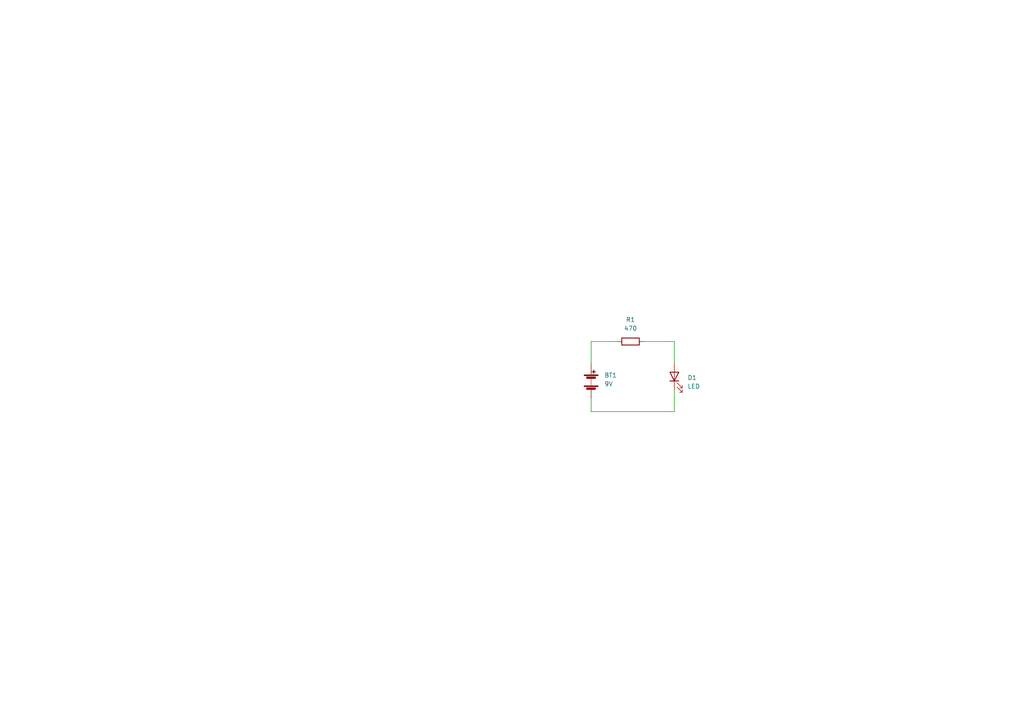
<source format=kicad_sch>
(kicad_sch (version 20211123) (generator eeschema)
  (paper "A4")
  (lib_symbols
    (symbol "Device:Battery" (pin_numbers hide) (pin_names (offset 0) hide)
      (property "Reference" "BT" (at 2.54 2.54 0))
      (property "Value" "Battery" (at 2.54 0 0))
      (symbol "Battery_0_1"
        (rectangle (start -2.032 -1.397) (end 2.032 -1.651) (fill (type outline)))
        (rectangle (start -2.032 1.778) (end 2.032 1.524) (fill (type outline)))
        (rectangle (start -1.3208 -1.9812) (end 1.27 -2.4892) (fill (type outline)))
        (rectangle (start -1.3208 1.1938) (end 1.27 0.6858) (fill (type outline)))
        (polyline (pts (xy 0 -1.524) (xy 0 -1.27)))
        (polyline (pts (xy 0 -1.016) (xy 0 -0.762)))
        (polyline (pts (xy 0 -0.508) (xy 0 -0.254)))
        (polyline (pts (xy 0 0) (xy 0 0.254)))
        (polyline (pts (xy 0 0.508) (xy 0 0.762)))
        (polyline (pts (xy 0 1.778) (xy 0 2.54)))
        (polyline (pts (xy 0.254 2.667) (xy 1.27 2.667)) (stroke (width 0.254)))
        (polyline (pts (xy 0.762 3.175) (xy 0.762 2.159)) (stroke (width 0.254)))
      )
      (symbol "Battery_1_1"
        (pin passive line (at 0 5.08 270) (length 2.54) (name "+") (number "1"))
        (pin passive line (at 0 -5.08 90) (length 2.54) (name "-") (number "2"))
      )
    )
    (symbol "Device:LED" (pin_numbers hide) (pin_names (offset 1.016) hide)
      (property "Reference" "D" (at 0 2.54 0))
      (property "Value" "LED" (at 0 -2.54 0))
      (symbol "LED_0_1"
        (polyline (pts (xy -1.27 -1.27) (xy -1.27 1.27)) (stroke (width 0.254)))
        (polyline (pts (xy -1.27 0) (xy 1.27 0)))
        (polyline (pts (xy 1.27 -1.27) (xy 1.27 1.27) (xy -1.27 0) (xy 1.27 -1.27)) (stroke (width 0.254)))
        (polyline (pts (xy -3.048 -0.762) (xy -4.572 -2.286) (xy -3.81 -2.286) (xy -4.572 -2.286) (xy -4.572 -1.524)))
        (polyline (pts (xy -1.778 -0.762) (xy -3.302 -2.286) (xy -2.54 -2.286) (xy -3.302 -2.286) (xy -3.302 -1.524)))
      )
      (symbol "LED_1_1"
        (pin passive line (at -3.81 0 0) (length 2.54) (name "K") (number "1"))
        (pin passive line (at 3.81 0 180) (length 2.54) (name "A") (number "2"))
      )
    )
    (symbol "Device:R" (pin_numbers hide) (pin_names (offset 0))
      (property "Reference" "R" (at 2.032 0 90))
      (property "Value" "R" (at 0 0 90))
      (symbol "R_0_1"
        (rectangle (start -1.016 -2.54) (end 1.016 2.54) (stroke (width 0.254)))
      )
      (symbol "R_1_1"
        (pin passive line (at 0 3.81 270) (length 1.27) (name "~") (number "1"))
        (pin passive line (at 0 -3.81 90) (length 1.27) (name "~") (number "2"))
      )
    )
  )
  (wire (pts (xy 186.69 99.06) (xy 195.58 99.06)))
  (wire (pts (xy 195.58 119.38) (xy 171.45 119.38)))
  (wire (pts (xy 171.45 99.06) (xy 179.07 99.06)))
  (wire (pts (xy 195.58 113.03) (xy 195.58 119.38)))
  (wire (pts (xy 171.45 119.38) (xy 171.45 115.57)))
  (wire (pts (xy 195.58 99.06) (xy 195.58 105.41)))
  (wire (pts (xy 171.45 105.41) (xy 171.45 99.06)))
  (symbol (lib_id "Device:R") (at 182.88 99.06 90) (unit 1)
    (property "Reference" "R1" (at 182.88 92.71 90))
    (property "Value" "470" (at 182.88 95.25 90))
    (property "Footprint" "Resistor_THT:R_Axial_DIN0207_L6.3mm_D2.5mm_P15.24mm_Horizontal" (effects hide))
  )
  (symbol (lib_id "Device:LED") (at 195.58 109.22 90) (unit 1)
    (property "Reference" "D1" (at 199.39 109.5374 90) (effects (justify right)))
    (property "Value" "LED" (at 199.39 112.0774 90) (effects (justify right)))
    (property "Footprint" "LED_THT:LED_D5.0mm" (effects hide))
  )
  (symbol (lib_id "Device:Battery") (at 171.45 110.49 0) (unit 1)
    (property "Reference" "BT1" (at 175.26 108.8389 0) (effects (justify left)))
    (property "Value" "9V" (at 175.26 111.3789 0) (effects (justify left)))
    (property "Footprint" "Connector_PinHeader_2.54mm:PinHeader_2x01_P2.54mm_Vertical" (effects hide))
  )
)
</source>
